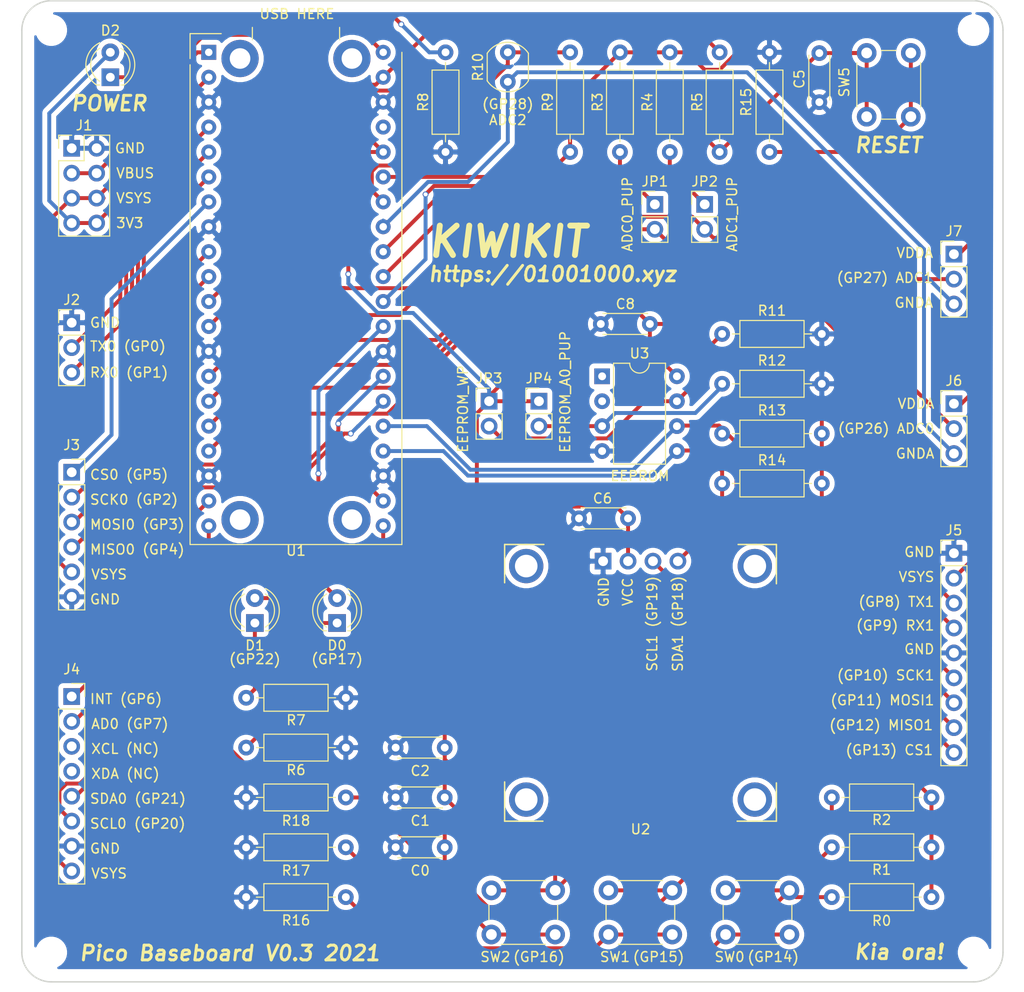
<source format=kicad_pcb>
(kicad_pcb (version 20211014) (generator pcbnew)
  (layers (0 "F.Cu" signal) (31 "B.Cu" signal) (34 "B.Paste" user) (35 "F.Paste" user) (36 "B.SilkS" user "B.Silkscreen") (37 "F.SilkS" user "F.Silkscreen") (38 "B.Mask" user) (39 "F.Mask" user) (44 "Edge.Cuts" user))
  (net 0 "")
  (net 1 "GND")
  (net 2 "+3V3")
  (net 3 "+5V")
  (net 4 "GNDA")
  (net 5 "VDDA")
  (net 6 "Net-(D1-Pad1)")
  (net 7 "Net-(D2-Pad1)")
  (net 8 "VBUS")
  (net 9 "Net-(JP4-Pad2)")
  (net 10 "/ADC2")
  (net 11 "/~{RST}")
  (net 12 "/LED0")
  (net 13 "/I2C1_SCL")
  (net 14 "/I2C1_SDA")
  (net 15 "/LED1")
  (net 16 "Net-(D0-Pad1)")
  (net 17 "Net-(U1-Pad37)")
  (net 18 "/GP1_UART0_RX")
  (net 19 "/GP0_UART0_TX")
  (net 20 "/GP5_SPI0_CS")
  (net 21 "/GP2_SPI0_SCK")
  (net 22 "/GP3_SPI0_MOSI")
  (net 23 "/GP4_SPI0_MISO")
  (net 24 "/GP13_SPI1_CS")
  (net 25 "/GP12_SPI1_MISO")
  (net 26 "/GP11_SPI1_MOSI")
  (net 27 "/GP10_SPI1_SCK")
  (net 28 "/GP9_UART1_RX")
  (net 29 "/GP8_UART1_TX")
  (net 30 "/XDA")
  (net 31 "/XCL")
  (net 32 "Net-(JP1-Pad1)")
  (net 33 "Net-(JP2-Pad1)")
  (net 34 "Net-(JP3-Pad2)")
  (net 35 "/GP20_I2C0_SDA")
  (net 36 "/GP7_AD0")
  (net 37 "/GP6_INT")
  (net 38 "/GP21_I2C0_SCL")
  (net 39 "/GP27_ADC1")
  (net 40 "/GP26_ADC0")
  (net 41 "/SW0")
  (net 42 "/SW1")
  (net 43 "/SW2")
  (net 44 "Net-(R15-Pad1)")
  (net 45 "Net-(R16-Pad1)")
  (net 46 "Net-(R17-Pad1)")
  (net 47 "Net-(R18-Pad1)")
  (footprint "Capacitor_THT:C_Disc_D4.3mm_W1.9mm_P5.00mm" (layer "F.Cu") (at 88.1 131.204)
    (fp_text reference "C1")
    (fp_text value "100nF")
  )
  (footprint "Capacitor_THT:C_Disc_D4.3mm_W1.9mm_P5.00mm" (layer "F.Cu") (at 88.1 126.124)
    (fp_text reference "C2")
    (fp_text value "100nF")
  )
  (footprint "Capacitor_THT:C_Disc_D4.3mm_W1.9mm_P5.00mm" (layer "F.Cu") (at 111.7855 102.756 180)
    (fp_text reference "C6")
    (fp_text value "100nF")
  )
  (footprint "Resistor_THT:R_Axial_DIN0207_L6.3mm_D2.5mm_P10.16mm_Horizontal" (layer "F.Cu") (at 132.55 136.284)
    (fp_text reference "R1")
    (fp_text value "10K")
  )
  (footprint "Resistor_THT:R_Axial_DIN0207_L6.3mm_D2.5mm_P10.16mm_Horizontal" (layer "F.Cu") (at 132.55 131.204)
    (fp_text reference "R2")
    (fp_text value "10K")
  )
  (footprint "Button_Switch_THT:SW_PUSH_6mm_H9.5mm" (layer "F.Cu") (at 116.294 145.174 180)
    (fp_text reference "SW1")
    (fp_text value "SW_Push")
  )
  (footprint "Button_Switch_THT:SW_PUSH_6mm_H9.5mm" (layer "F.Cu") (at 104.356 145.174 180)
    (fp_text reference "SW2")
    (fp_text value "SW_Push")
  )
  (footprint "kiwih_kicad:OLED-I2C-Module-Aliexpress" (layer "F.Cu") (at 113.0555 119.52)
    (fp_text reference "U2")
    (fp_text value "OLED-I2C-Module-Aliexpress")
  )
  (footprint "Package_DIP:DIP-8_W7.62mm" (layer "F.Cu") (at 109.144 88.278)
    (fp_text reference "U3")
    (fp_text value "AT24CS08-XHM")
  )
  (footprint "LED_THT:LED_D4.0mm" (layer "F.Cu") (at 82.131 113.424 90)
    (fp_text reference "D0")
    (fp_text value "LED")
  )
  (footprint "LED_THT:LED_D4.0mm" (layer "F.Cu") (at 73.749 113.424 90)
    (fp_text reference "D1")
    (fp_text value "LED")
  )
  (footprint "Resistor_THT:R_Axial_DIN0207_L6.3mm_D2.5mm_P10.16mm_Horizontal" (layer "F.Cu") (at 72.86 126.124)
    (fp_text reference "R6")
    (fp_text value "330")
  )
  (footprint "Resistor_THT:R_Axial_DIN0207_L6.3mm_D2.5mm_P10.16mm_Horizontal" (layer "F.Cu") (at 72.86 121.044)
    (fp_text reference "R7")
    (fp_text value "330")
  )
  (footprint "LED_THT:LED_D4.0mm" (layer "F.Cu") (at 59.017 57.798 90)
    (fp_text reference "D2")
    (fp_text value "LED")
  )
  (footprint "Resistor_THT:R_Axial_DIN0207_L6.3mm_D2.5mm_P10.16mm_Horizontal" (layer "F.Cu") (at 93.18 55.258 -90)
    (fp_text reference "R8")
    (fp_text value "330")
  )
  (footprint "Connector_PinHeader_2.54mm:PinHeader_1x02_P2.54mm_Vertical" (layer "F.Cu") (at 102.705 90.818)
    (fp_text reference "JP4")
    (fp_text value "Jumper")
  )
  (footprint "Connector_PinHeader_2.54mm:PinHeader_1x02_P2.54mm_Vertical" (layer "F.Cu") (at 97.625 90.818)
    (fp_text reference "JP3")
    (fp_text value "Jumper")
  )
  (footprint "Resistor_THT:R_Axial_DIN0207_L6.3mm_D2.5mm_P10.16mm_Horizontal" (layer "F.Cu") (at 121.374 89.04)
    (fp_text reference "R12")
    (fp_text value "10K")
  )
  (footprint "Resistor_THT:R_Axial_DIN0207_L6.3mm_D2.5mm_P10.16mm_Horizontal" (layer "F.Cu") (at 121.374 83.96)
    (fp_text reference "R11")
    (fp_text value "10K")
  )
  (footprint "Capacitor_THT:C_Disc_D4.3mm_W1.9mm_P5.00mm" (layer "F.Cu") (at 114.008 82.944 180)
    (fp_text reference "C8")
    (fp_text value "100nF")
  )
  (footprint "kiwih_kicad:raspberrypi-pico-module" (layer "F.Cu") (at 77.94 79.388)
    (fp_text reference "U1")
    (fp_text value "raspberrypi-pico-module")
  )
  (footprint "Capacitor_THT:C_Disc_D4.3mm_W1.9mm_P5.00mm" (layer "F.Cu") (at 88.1 136.284)
    (fp_text reference "C0")
    (fp_text value "100nF")
  )
  (footprint "Capacitor_THT:C_Disc_D4.3mm_W1.9mm_P5.00mm" (layer "F.Cu") (at 131.28 60.338 90)
    (fp_text reference "C5")
    (fp_text value "100nF")
  )
  (footprint "Resistor_THT:R_Axial_DIN0207_L6.3mm_D2.5mm_P10.16mm_Horizontal" (layer "F.Cu") (at 132.55 141.364)
    (fp_text reference "R0")
    (fp_text value "10K")
  )
  (footprint "Resistor_THT:R_Axial_DIN0207_L6.3mm_D2.5mm_P10.16mm_Horizontal" (layer "F.Cu") (at 121.12 55.258 -90)
    (fp_text reference "R5")
    (fp_text value "10K")
  )
  (footprint "Button_Switch_THT:SW_PUSH_6mm_H9.5mm" (layer "F.Cu") (at 128.232 145.174 180)
    (fp_text reference "SW0")
    (fp_text value "SW_Push")
  )
  (footprint "Button_Switch_THT:SW_PUSH_6mm_H4.3mm" (layer "F.Cu") (at 140.606 55.3215 -90)
    (fp_text reference "SW5")
    (fp_text value "SW_Push")
  )
  (footprint "Connector_PinSocket_2.54mm:PinSocket_1x06_P2.54mm_Vertical" (layer "F.Cu") (at 55.08 98.057)
    (fp_text reference "J3")
    (fp_text value "Conn_01x06")
  )
  (footprint "Connector_PinHeader_2.54mm:PinHeader_2x04_P2.54mm_Vertical" (layer "F.Cu") (at 55.08 65.037)
    (fp_text reference "J1")
    (fp_text value "Conn_02x04_Odd_Even")
  )
  (footprint "Connector_PinHeader_2.54mm:PinHeader_1x03_P2.54mm_Vertical" (layer "F.Cu") (at 55.08 82.817)
    (fp_text reference "J2")
    (fp_text value "Conn_01x03")
  )
  (footprint "Connector_PinHeader_2.54mm:PinHeader_1x09_P2.54mm_Vertical" (layer "F.Cu") (at 144.996 106.312)
    (fp_text reference "J5")
    (fp_text value "Conn_01x09")
  )
  (footprint "Resistor_THT:R_Axial_DIN0207_L6.3mm_D2.5mm_P10.16mm_Horizontal" (layer "F.Cu") (at 105.88 65.418 90)
    (fp_text reference "R9")
    (fp_text value "10K")
  )
  (footprint "OptoDevice:R_LDR_5.0x4.1mm_P3mm_Vertical" (layer "F.Cu") (at 99.53 55.258 -90)
    (fp_text reference "R10")
    (fp_text value "5-10K")
  )
  (footprint "Connector_PinSocket_2.54mm:PinSocket_1x08_P2.54mm_Vertical" (layer "F.Cu") (at 55.08 120.917)
    (fp_text reference "J4")
    (fp_text value "Conn_01x08")
  )
  (footprint "Connector_PinHeader_2.54mm:PinHeader_1x03_P2.54mm_Vertical" (layer "F.Cu") (at 144.996 75.832)
    (fp_text reference "J7")
    (fp_text value "Conn_01x03")
  )
  (footprint "Connector_PinHeader_2.54mm:PinHeader_1x03_P2.54mm_Vertical" (layer "F.Cu") (at 144.996 91.072)
    (fp_text reference "J6")
    (fp_text value "Conn_01x03")
  )
  (footprint "Connector_PinHeader_2.54mm:PinHeader_1x02_P2.54mm_Vertical" (layer "F.Cu") (at 114.516 70.752)
    (fp_text reference "JP1")
    (fp_text value "Jumper")
  )
  (footprint "Connector_PinHeader_2.54mm:PinHeader_1x02_P2.54mm_Vertical" (layer "F.Cu") (at 119.596 70.752)
    (fp_text reference "JP2")
    (fp_text value "Jumper")
  )
  (footprint "Resistor_THT:R_Axial_DIN0207_L6.3mm_D2.5mm_P10.16mm_Horizontal" (layer "F.Cu") (at 110.96 65.418 90)
    (fp_text reference "R3")
    (fp_text value "10K")
  )
  (footprint "Resistor_THT:R_Axial_DIN0207_L6.3mm_D2.5mm_P10.16mm_Horizontal" (layer "F.Cu") (at 116.04 65.418 90)
    (fp_text reference "R4")
    (fp_text value "10K")
  )
  (footprint "MountingHole:MountingHole_2.2mm_M2" (layer "F.Cu") (at 53 53)
    (fp_text reference "H1" hide)
    (fp_text value "MountingHole")
  )
  (footprint "MountingHole:MountingHole_2.2mm_M2" (layer "F.Cu") (at 147 53)
    (fp_text reference "H2" hide)
    (fp_text value "MountingHole")
  )
  (footprint "MountingHole:MountingHole_2.2mm_M2" (layer "F.Cu") (at 53 147)
    (fp_text reference "H3" hide)
    (fp_text value "MountingHole")
  )
  (footprint "MountingHole:MountingHole_2.2mm_M2" (layer "F.Cu") (at 147 147)
    (fp_text reference "H4" hide)
    (fp_text value "MountingHole")
  )
  (footprint "Resistor_THT:R_Axial_DIN0207_L6.3mm_D2.5mm_P10.16mm_Horizontal" (layer "F.Cu") (at 121.374 94.12)
    (fp_text reference "R13")
    (fp_text value "10K")
  )
  (footprint "Resistor_THT:R_Axial_DIN0207_L6.3mm_D2.5mm_P10.16mm_Horizontal" (layer "F.Cu") (at 121.374 99.2)
    (fp_text reference "R14")
    (fp_text value "10K")
  )
  (footprint "Resistor_THT:R_Axial_DIN0207_L6.3mm_D2.5mm_P10.16mm_Horizontal" (layer "F.Cu") (at 126.2 65.418 90)
    (fp_text reference "R15")
    (fp_text value "100")
  )
  (footprint "Resistor_THT:R_Axial_DIN0207_L6.3mm_D2.5mm_P10.16mm_Horizontal" (layer "F.Cu") (at 83.02 141.364 180)
    (fp_text reference "R16")
    (fp_text value "100")
  )
  (footprint "Resistor_THT:R_Axial_DIN0207_L6.3mm_D2.5mm_P10.16mm_Horizontal" (layer "F.Cu") (at 83.02 136.284 180)
    (fp_text reference "R17")
    (fp_text value "100")
  )
  (footprint "Resistor_THT:R_Axial_DIN0207_L6.3mm_D2.5mm_P10.16mm_Horizontal" (layer "F.Cu") (at 83.02 131.204 180)
    (fp_text reference "R18")
    (fp_text value "100")
  )
  (gr_line (start 53 150) (end 147 150) (layer "Edge.Cuts") (width 0.15))
  (gr_arc (start 147 50) (mid 149.12132 50.87868) (end 150 53) (layer "Edge.Cuts") (width 0.15))
  (gr_line (start 150 53) (end 150 147) (layer "Edge.Cuts") (width 0.15))
  (gr_arc (start 53 150) (mid 50.87868 149.12132) (end 50 147) (layer "Edge.Cuts") (width 0.15))
  (gr_line (start 53 50) (end 147 50) (layer "Edge.Cuts") (width 0.15))
  (gr_arc (start 50 53) (mid 50.87868 50.87868) (end 53 50) (layer "Edge.Cuts") (width 0.15))
  (gr_arc (start 150 147) (mid 149.12132 149.12132) (end 147 150) (layer "Edge.Cuts") (width 0.15))
  (gr_line (start 50 53) (end 50 147) (layer "Edge.Cuts") (width 0.15))
  (gr_text "Pico Baseboard V0.3 2021" (at 71.209 147.079) (layer "F.SilkS") (effects (font (size 1.5 1.5) (thickness 0.3) italic)))
  (gr_text "https://01001000.xyz" (at 104.102 77.864) (layer "F.SilkS") (effects (font (size 1.5 1.5) (thickness 0.3) italic)))
  (gr_text "ADC1_PUP" (at 122.39 71.768 90) (layer "F.SilkS") (effects (font (size 1 1))))
  (gr_text "ADC0_PUP" (at 111.722 71.768 90) (layer "F.SilkS") (effects (font (size 1 1))))
  (gr_text "XDA (NC)" (at 56.985 128.791) (layer "F.SilkS") (effects (font (size 1 1)) (justify left)))
  (gr_text "VSYS" (at 56.985 108.471) (layer "F.SilkS") (effects (font (size 1 1)) (justify left)))
  (gr_text "GND" (at 56.858 111.011) (layer "F.SilkS") (effects (font (size 1 1)) (justify left)))
  (gr_text "SCK0 (GP2)" (at 56.858 100.851) (layer "F.SilkS") (effects (font (size 1 1)) (justify left)))
  (gr_text "CS0 (GP5)" (at 56.858 98.311) (layer "F.SilkS") (effects (font (size 1 1)) (justify left)))
  (gr_text "MISO0 (GP4)" (at 56.858 105.931) (layer "F.SilkS") (effects (font (size 1 1)) (justify left)))
  (gr_text "MOSI0 (GP3)" (at 56.858 103.391) (layer "F.SilkS") (effects (font (size 1 1)) (justify left)))
  (gr_text "TX0 (GP0)" (at 56.858 85.23) (layer "F.SilkS") (effects (font (size 1 1)) (justify left)))
  (gr_text "RX0 (GP1)" (at 56.858 87.897) (layer "F.SilkS") (effects (font (size 1 1)) (justify left)))
  (gr_text "GND" (at 59.398 65.037) (layer "F.SilkS") (effects (font (size 1 1)) (justify left)))
  (gr_text "3V3" (at 59.525 72.657) (layer "F.SilkS") (effects (font (size 1 1)) (justify left)))
  (gr_text "VSYS" (at 143.091 108.725) (layer "F.SilkS") (effects (font (size 1 1)) (justify right)))
  (gr_text "(GP13) CS1" (at 142.964 126.378) (layer "F.SilkS") (effects (font (size 1 1)) (justify right)))
  (gr_text "GNDA" (at 143.091 96.152) (layer "F.SilkS") (effects (font (size 1 1)) (justify right)))
  (gr_text "(GP26) ADC0" (at 143.091 93.612) (layer "F.SilkS") (effects (font (size 1 1)) (justify right)))
  (gr_text "VDDA" (at 143.091 91.072) (layer "F.SilkS") (effects (font (size 1 1)) (justify right)))
  (gr_text "(GP27) ADC1" (at 142.964 78.245) (layer "F.SilkS") (effects (font (size 1 1)) (justify right)))
  (gr_text "VDDA" (at 142.964 75.705) (layer "F.SilkS") (effects (font (size 1 1)) (justify right)))
  (gr_text "GNDA" (at 142.964 80.785) (layer "F.SilkS") (effects (font (size 1 1)) (justify right)))
  (gr_text "POWER" (at 58.89 60.465) (layer "F.SilkS") (effects (font (size 1.5 1.5) (thickness 0.3) italic)))
  (gr_text "(GP28)\nADC2" (at 99.53 61.354) (layer "F.SilkS") (effects (font (size 1 1))))
  (gr_text "(GP8) TX1" (at 143.091 111.265) (layer "F.SilkS") (effects (font (size 1 1)) (justify right)))
  (gr_text "VBUS" (at 59.525 67.577) (layer "F.SilkS") (effects (font (size 1 1)) (justify left)))
  (gr_text "VSYS" (at 56.985 138.951) (layer "F.SilkS") (effects (font (size 1 1)) (justify left)))
  (gr_text "RESET" (at 138.3285 64.7195) (layer "F.SilkS") (effects (font (size 1.5 1.5) (thickness 0.3) italic)))
  (gr_text "VSYS" (at 59.525 70.117) (layer "F.SilkS") (effects (font (size 1 1)) (justify left)))
  (gr_text "AD0 (GP7)" (at 56.985 123.711) (layer "F.SilkS") (effects (font (size 1 1)) (justify left)))
  (gr_text "(GP22)" (at 73.749 117.107) (layer "F.SilkS") (effects (font (size 1 1))))
  (gr_text "(GP12) MISO1" (at 142.964 123.838) (layer "F.SilkS") (effects (font (size 1 1)) (justify right)))
  (gr_text "(GP10) SCK1" (at 143.091 118.758) (layer "F.SilkS") (effects (font (size 1 1)) (justify right)))
  (gr_text "SDA0 (GP21)\n" (at 56.858 131.331) (layer "F.SilkS") (effects (font (size 1 1)) (justify left)))
  (gr_text "(GP9) RX1" (at 143.091 113.678) (layer "F.SilkS") (effects (font (size 1 1)) (justify right)))
  (gr_text "GND" (at 56.858 82.817) (layer "F.SilkS") (effects (font (size 1 1)) (justify left)))
  (gr_text "(GP17)" (at 82.131 117.107) (layer "F.SilkS") (effects (font (size 1 1))))
  (gr_text "EEPROM_WP" (at 94.958 96.152 90) (layer "F.SilkS") (effects (font (size 1 1)) (justify left)))
  (gr_text "GND" (at 143.091 116.091) (layer "F.SilkS") (effects (font (size 1 1)) (justify right)))
  (gr_text "EEPROM" (at 112.992 98.438) (layer "F.SilkS") (effects (font (size 1 1))))
  (gr_text "(GP11) MOSI1" (at 143.091 121.298) (layer "F.SilkS") (effects (font (size 1 1)) (justify right)))
  (gr_text " (GP14)" (at 126.2 147.46) (layer "F.SilkS") (effects (font (size 1 1))))
  (gr_text "EEPROM_A0_PUP" (at 105.372 96.152 90) (layer "F.SilkS") (effects (font (size 1 1)) (justify left)))
  (gr_text "INT (GP6)" (at 56.858 121.171) (layer "F.SilkS") (effects (font (size 1 1)) (justify left)))
  (gr_text "Kia ora!" (at 139.408 146.952) (layer "F.SilkS") (effects (font (size 1.5 1.5) (thickness 0.3) italic)))
  (gr_text "SCL0 (GP20)" (at 56.858 133.871) (layer "F.SilkS") (effects (font (size 1 1)) (justify left)))
  (gr_text "GND" (at 143.091 106.185) (layer "F.SilkS") (effects (font (size 1 1)) (justify right)))
  (gr_text " (GP15)" (at 114.516 147.46) (layer "F.SilkS") (effects (font (size 1 1))))
  (gr_text "XCL (NC)" (at 56.985 126.251) (layer "F.SilkS") (effects (font (size 1 1)) (justify left)))
  (gr_text "KIWIKIT" (at 99.53 74.562) (layer "F.SilkS") (effects (font (size 3 3) (thickness 0.6) italic)))
  (gr_text " (GP16)" (at 102.324 147.46) (layer "F.SilkS") (effects (font (size 1 1))))
  (gr_text "GND" (at 56.858 136.411) (layer "F.SilkS") (effects (font (size 1 1)) (justify left)))
  (gr_text "USB HERE" (at 78.0416 51.3464) (layer "F.SilkS") (effects (font (size 1 1))))
  (segment (start 64.244999 57.818999) (end 64.244999 62.349001) (width 0.4) (layer "F.Cu") (net 2))
  (segment (start 110.585499 101.555999) (end 98.456999 101.555999) (width 0.4) (layer "F.Cu") (net 2))
  (segment (start 84.798 65.418) (end 86.83 65.418) (width 0.4) (layer "F.Cu") (net 2))
  (segment (start 60.25201 66.34199) (end 60.25201 70.01499) (width 0.4) (layer "F.Cu") (net 2))
  (segment (start 64.244999 62.349001) (end 60.25201 66.34199) (width 0.4) (layer "F.Cu") (net 2))
  (segment (start 96.374999 92.068001) (end 96.374999 99.473999) (width 0.4) (layer "F.Cu") (net 2))
  (segment (start 107.404 80.531) (end 97.625 90.31) (width 0.4) (layer "F.Cu") (net 2))
  (segment (start 97.65999 53.57201) (end 102.23199 53.57201) (width 0.4) (layer "F.Cu") (net 2))
  (segment (start 68.583998 53.48) (end 64.244999 57.818999) (width 0.4) (layer "F.Cu") (net 2))
  (segment (start 98.456999 101.555999) (end 96.374999 99.473999) (width 0.4) (layer "F.Cu") (net 2))
  (segment (start 119.596 82.944) (end 120.358 82.182) (width 0.4) (layer "F.Cu") (net 2))
  (segment (start 102.23199 53.57201) (end 118.67201 53.57201) (width 0.4) (layer "F.Cu") (net 2))
  (segment (start 80.572009 59.160009) (end 92.071991 59.160009) (width 0.4) (layer "F.Cu") (net 2))
  (segment (start 101.21599 53.57201) (end 102.23199 53.57201) (width 0.4) (layer "F.Cu") (net 2))
  (segment (start 119.43401 53.57201) (end 118.67201 53.57201) (width 0.4) (layer "F.Cu") (net 2))
  (segment (start 124.676 84.468) (end 125.184 84.976) (width 0.4) (layer "F.Cu") (net 2))
  (segment (start 142.71 136.284) (end 142.71 141.364) (width 0.4) (layer "F.Cu") (net 2))
  (segment (start 80.353 58.941) (end 74.892 53.48) (width 0.4) (layer "F.Cu") (net 2))
  (segment (start 111.7855 102.756) (end 111.7855 107.12) (width 0.4) (layer "F.Cu") (net 2))
  (segment (start 114.008 82.944) (end 119.596 82.944) (width 0.4) (layer "F.Cu") (net 2))
  (segment (start 60.25201 70.01499) (end 57.61 72.657) (width 0.4) (layer "F.Cu") (net 2))
  (segment (start 111.595 80.531) (end 107.404 80.531) (width 0.4) (layer "F.Cu") (net 2))
  (segment (start 131.534 94.12) (end 131.534 91.326) (width 0.4) (layer "F.Cu") (net 2))
  (segment (start 131.534 120.028) (end 142.71 131.204) (width 0.4) (layer "F.Cu") (net 2))
  (segment (start 121.12 55.258) (end 119.43401 53.57201) (width 0.4) (layer "F.Cu") (net 2))
  (segment (start 83.274 66.942) (end 84.798 65.418) (width 0.4) (layer "F.Cu") (net 2))
  (segment (start 97.625 90.818) (end 96.374999 92.068001) (width 0.4) (layer "F.Cu") (net 2))
  (segment (start 142.71 131.204) (end 142.71 136.284) (width 0.4) (layer "F.Cu") (net 2))
  (segment (start 80.353 58.941) (end 80.572009 59.160009) (width 0.4) (layer "F.Cu") (net 2))
  (segment (start 131.534 91.326) (end 124.676 84.468) (width 0.4) (layer "F.Cu") (net 2))
  (segment (start 131.534 99.2) (end 131.534 120.028) (width 0.4) (layer "F.Cu") (net 2))
  (segment (start 110.585499 101.555999) (end 111.7855 102.756) (width 0.4) (layer "F.Cu") (net 2))
  (segment (start 114.008 85.522) (end 116.764 88.278) (width 0.4) (layer "F.Cu") (net 2))
  (segment (start 114.008 82.944) (end 111.595 80.531) (width 0.4) (layer "F.Cu") (net 2))
  (segment (start 131.534 99.2) (end 131.534 94.12) (width 0.4) (layer "F.Cu") (net 2))
  (segment (start 57.61 72.657) (end 55.07 72.657) (width 0.4) (layer "F.Cu") (net 2))
  (segment (start 114.008 82.944) (end 114.008 85.522) (width 0.4) (layer "F.Cu") (net 2))
  (segment (start 97.625 90.31) (end 97.625 90.818) (width 0.4) (layer "F.Cu") (net 2))
  (segment (start 97.625 90.818) (end 102.705 90.818) (width 0.4) (layer "F.Cu") (net 2))
  (segment (start 74.892 53.48) (end 68.583998 53.48) (width 0.4) (layer "F.Cu") (net 2))
  (segment (start 83.274 77.864) (end 83.274 66.942) (width 0.4) (layer "F.Cu") (net 2))
  (segment (start 86.83 65.418) (end 80.353 58.941) (width 0.4) (layer "F.Cu") (net 2))
  (segment (start 92.071991 59.160009) (end 97.65999 53.57201) (width 0.4) (layer "F.Cu") (net 2))
  (segment (start 120.358 82.182) (end 122.39 82.182) (width 0.4) (layer "F.Cu") (net 2))
  (segment (start 122.39 82.182) (end 124.676 84.468) (width 0.4) (layer "F.Cu") (net 2))
  (via (at 83.274 77.864) (size 0.6) (drill 0.4) (layers "F.Cu" "B.Cu") (net 2))
  (segment (start 83.274 77.864) (end 83.274 77.864) (width 0.4) (layer "B.Cu") (net 2))
  (segment (start 52.794 70.381) (end 55.07 72.657) (width 0.4) (layer "B.Cu") (net 2))
  (segment (start 52.794 61.481) (end 52.794 70.381) (width 0.4) (layer "B.Cu") (net 2))
  (segment (start 97.625 89.568) (end 89.877001 81.820001) (width 0.4) (layer "B.Cu") (net 2))
  (segment (start 83.274 78.821762) (end 83.274 77.864) (width 0.4) (layer "B.Cu") (net 2))
  (segment (start 97.625 90.818) (end 97.625 89.568) (width 0.4) (layer "B.Cu") (net 2))
  (segment (start 89.877001 81.820001) (end 86.272239 81.820001) (width 0.4) (layer "B.Cu") (net 2))
  (segment (start 59.017 55.258) (end 52.794 61.481) (width 0.4) (layer "B.Cu") (net 2))
  (segment (start 86.272239 81.820001) (end 83.274 78.821762) (width 0.4) (layer "B.Cu") (net 2))
  (segment (start 52.794 106.185) (end 52.794 105.677) (width 0.4) (layer "F.Cu") (net 3))
  (segment (start 80.820541 58.559999) (end 75.140532 52.87999) (width 0.4) (layer "F.Cu") (net 3))
  (segment (start 52.794 105.169) (end 52.794 134.887) (width 0.4) (layer "F.Cu") (net 3))
  (segment (start 144.996 108.852) (end 148.136009 105.711991) (width 0.4) (layer "F.Cu") (net 3))
  (segment (start 52.794 105.169) (end 52.794 105.677) (width 0.4) (layer "F.Cu") (net 3))
  (segment (start 148.13601 101.13999) (end 148.136009 100.377991) (width 0.4) (layer "F.Cu") (net 3))
  (segment (start 147.198271 71.089729) (end 147.198271 57.968271) (width 0.4) (layer "F.Cu") (net 3))
  (segment (start 91.656 52.972) (end 86.83 57.798) (width 0.4) (layer "F.Cu") (net 3))
  (segment (start 142.202 52.972) (end 91.656 52.972) (width 0.4) (layer "F.Cu") (net 3))
  (segment (start 148.136009 100.377991) (end 148.136009 72.027467) (width 0.4) (layer "F.Cu") (net 3))
  (segment (start 52.794 136.665) (end 52.794 134.887) (width 0.4) (layer "F.Cu") (net 3))
  (segment (start 55.08 108.471) (end 52.794 106.185) (width 0.4) (layer "F.Cu") (net 3))
  (segment (start 86.83 57.798) (end 86.068001 58.559999) (width 0.4) (layer "F.Cu") (net 3))
  (segment (start 55.08 138.951) (end 52.794 136.665) (width 0.4) (layer "F.Cu") (net 3))
  (segment (start 75.140532 52.87999) (end 68.335465 52.879991) (width 0.4) (layer "F.Cu") (net 3))
  (segment (start 59.652 68.075) (end 57.61 70.117) (width 0.4) (layer "F.Cu") (net 3))
  (segment (start 58.337456 70.117) (end 57.61 70.117) (width 0.4) (layer "F.Cu") (net 3))
  (segment (start 52.794 72.393) (end 52.794 105.169) (width 0.4) (layer "F.Cu") (net 3))
  (segment (start 68.335465 52.879991) (end 63.644989 57.570467) (width 0.4) (layer "F.Cu") (net 3))
  (segment (start 147.198271 57.968271) (end 142.202 52.972) (width 0.4) (layer "F.Cu") (net 3))
  (segment (start 63.644989 57.570467) (end 63.644989 62.100469) (width 0.4) (layer "F.Cu") (net 3))
  (segment (start 52.794 134.887) (end 52.794 136.157) (width 0.4) (layer "F.Cu") (net 3))
  (segment (start 57.61 70.117) (end 55.07 70.117) (width 0.4) (layer "F.Cu") (net 3))
  (segment (start 59.652 66.093458) (end 59.652 68.075) (width 0.4) (layer "F.Cu") (net 3))
  (segment (start 63.644989 62.100469) (end 59.652 66.093458) (width 0.4) (layer "F.Cu") (net 3))
  (segment (start 148.136009 72.027467) (end 147.198271 71.089729) (width 0.4) (layer "F.Cu") (net 3))
  (segment (start 86.068001 58.559999) (end 80.820541 58.559999) (width 0.4) (layer "F.Cu") (net 3))
  (segment (start 55.07 70.117) (end 52.794 72.393) (width 0.4) (layer "F.Cu") (net 3))
  (segment (start 148.136009 105.711991) (end 148.136009 100.377991) (width 0.4) (layer "F.Cu") (net 3))
  (segment (start 123.914 57.29) (end 100.498 57.29) (width 0.4) (layer "B.Cu") (net 4))
  (segment (start 91.402 68.466) (end 95.466 68.466) (width 0.4) (layer "B.Cu") (net 4))
  (segment (start 141.948 75.324) (end 123.914 57.29) (width 0.4) (layer "B.Cu") (net 4))
  (segment (start 99.53 64.402) (end 99.53 58.258) (width 0.4) (layer "B.Cu") (net 4))
  (segment (start 141.948 77.61) (end 141.948 75.324) (width 0.4) (layer "B.Cu") (net 4))
  (segment (start 86.83 72.53) (end 86.83 73.038) (width 0.4) (layer "B.Cu") (net 4))
  (segment (start 141.948 93.104) (end 144.996 96.152) (width 0.4) (layer "B.Cu") (net 4))
  (segment (start 144.996 80.912) (end 141.948 77.864) (width 0.4) (layer "B.Cu") (net 4))
  (segment (start 100.498 57.29) (end 99.53 58.258) (width 0.4) (layer "B.Cu") (net 4))
  (segment (start 95.466 68.466) (end 99.53 64.402) (width 0.4) (layer "B.Cu") (net 4))
  (segment (start 86.83 73.038) (end 86.83 72.404998) (width 0.4) (layer "B.Cu") (net 4))
  (segment (start 141.948 77.864) (end 141.948 77.61) (width 0.4) (layer "B.Cu") (net 4))
  (segment (start 86.83 73.038) (end 91.402 68.466) (width 0.4) (layer "B.Cu") (net 4))
  (segment (start 141.948 77.61) (end 141.948 93.104) (width 0.4) (layer "B.Cu") (net 4))
  (segment (start 117.818 55.258) (end 119.596 57.036) (width 0.4) (layer "F.Cu") (net 5))
  (segment (start 110.96 55.258) (end 116.04 55.258) (width 0.4) (layer "F.Cu") (net 5))
  (segment (start 145.504 75.832) (end 147.536 73.8) (width 0.4) (layer "F.Cu") (net 5))
  (segment (start 147.536 73.8) (end 147.536 83.452) (width 0.4) (layer "F.Cu") (net 5))
  (segment (start 144.996 91.072) (end 145.758 91.072) (width 0.4) (layer "F.Cu") (net 5))
  (segment (start 141.953468 53.57201) (end 146.598261 58.216803) (width 0.4) (layer "F.Cu") (net 5))
  (segment (start 144.996 75.832) (end 145.504 75.832) (width 0.4) (layer "F.Cu") (net 5))
  (segment (start 146.598261 71.338261) (end 147.536 72.276) (width 0.4) (layer "F.Cu") (net 5))
  (segment (start 86.83 67.958) (end 103.34 67.958) (width 0.4) (layer "F.Cu") (net 5))
  (segment (start 105.88 65.418) (end 105.88 60.338) (width 0.4) (layer "F.Cu") (net 5))
  (segment (start 145.758 91.072) (end 147.536 89.294) (width 0.4) (layer "F.Cu") (net 5))
  (segment (start 147.536 89.294) (end 147.536 83.452) (width 0.4) (layer "F.Cu") (net 5))
  (segment (start 128.13999 53.57201) (end 128.52099 53.57201) (width 0.4) (layer "F.Cu") (net 5))
  (segment (start 147.536 83.452) (end 147.536 83.96) (width 0.4) (layer "F.Cu") (net 5))
  (segment (start 105.88 60.338) (end 110.96 55.258) (width 0.4) (layer "F.Cu") (net 5))
  (segment (start 103.34 67.958) (end 105.88 65.418) (width 0.4) (layer "F.Cu") (net 5))
  (segment (start 125.53001 53.57201) (end 128.52099 53.57201) (width 0.4) (layer "F.Cu") (net 5))
  (segment (start 121.118002 57.036) (end 124.581992 53.57201) (width 0.4) (layer "F.Cu") (net 5))
  (segment (start 146.598261 58.216803) (end 146.598261 71.338261) (width 0.4) (layer "F.Cu") (net 5))
  (segment (start 128.52099 53.57201) (end 141.953468 53.57201) (width 0.4) (layer "F.Cu") (net 5))
  (segment (start 116.04 55.258) (end 117.818 55.258) (width 0.4) (layer "F.Cu") (net 5))
  (segment (start 124.581992 53.57201) (end 125.53001 53.57201) (width 0.4) (layer "F.Cu") (net 5))
  (segment (start 119.596 57.036) (end 121.118002 57.036) (width 0.4) (layer "F.Cu") (net 5))
  (segment (start 147.536 72.276) (end 147.536 73.8) (width 0.4) (layer "F.Cu") (net 5))
  (segment (start 73.749 113.424) (end 73.749 120.155) (width 0.4) (layer "F.Cu") (net 6))
  (segment (start 73.749 120.155) (end 72.86 121.044) (width 0.4) (layer "F.Cu") (net 6))
  (segment (start 88.6715 52.4005) (end 88.735 52.464) (width 0.4) (layer "F.Cu") (net 7))
  (segment (start 59.017 57.798) (end 61.720372 57.798) (width 0.4) (layer "F.Cu") (net 7))
  (segment (start 61.720372 57.798) (end 67.8384 51.679972) (width 0.4) (layer "F.Cu") (net 7))
  (segment (start 68.49045 51.679972) (end 87.950972 51.679972) (width 0.4) (layer "F.Cu") (net 7))
  (segment (start 87.950972 51.679972) (end 88.6715 52.4005) (width 0.4) (layer "F.Cu") (net 7))
  (segment (start 67.8384 51.679972) (end 68.49045 51.679972) (width 0.4) (layer "F.Cu") (net 7))
  (via (at 88.6715 52.4005) (size 0.6) (drill 0.4) (layers "F.Cu" "B.Cu") (net 7))
  (segment (start 91.529 55.258) (end 88.6715 52.4005) (width 0.4) (layer "B.Cu") (net 7))
  (segment (start 93.18 55.258) (end 91.529 55.258) (width 0.4) (layer "B.Cu") (net 7))
  (segment (start 59.051991 65.844925) (end 63.044979 61.851937) (width 0.4) (layer "F.Cu") (net 8))
  (segment (start 83.851982 52.279982) (end 68.738982 52.279982) (width 0.4) (layer "F.Cu") (net 8))
  (segment (start 63.04498 57.321934) (end 68.086932 52.279982) (width 0.4) (layer "F.Cu") (net 8))
  (segment (start 63.044979 61.851937) (end 63.04498 57.321934) (width 0.4) (layer "F.Cu") (net 8))
  (segment (start 59.051991 66.135009) (end 59.051991 65.844925) (width 0.4) (layer "F.Cu") (net 8))
  (segment (start 57.61 67.577) (end 59.051991 66.135009) (width 0.4) (layer "F.Cu") (net 8))
  (segment (start 57.61 67.577) (end 55.07 67.577) (width 0.4) (layer "F.Cu") (net 8))
  (segment (start 86.83 55.258) (end 83.851982 52.279982) (width 0.4) (layer "F.Cu") (net 8))
  (segment (start 68.086932 52.279982) (end 68.738982 52.279982) (width 0.4) (layer "F.Cu") (net 8))
  (segment (start 109.144 93.358) (end 102.705 93.358) (width 0.4) (layer "F.Cu") (net 9))
  (segment (start 110.483999 92.018001) (end 118.649999 92.018001) (width 0.4) (layer "B.Cu") (net 9))
  (segment (start 118.649999 92.018001) (end 121.374 89.294) (width 0.4) (layer "B.Cu") (net 9))
  (segment (start 109.144 93.358) (end 110.483999 92.018001) (width 0.4) (layer "B.Cu") (net 9))
  (segment (start 99.53 55.258) (end 105.88 55.258) (width 0.4) (layer "F.Cu") (net 10))
  (segment (start 89.262001 66.795999) (end 99.53 56.528) (width 0.4) (layer "F.Cu") (net 10))
  (segment (start 99.53 56.528) (end 99.53 55.258) (width 0.4) (layer "F.Cu") (net 10))
  (segment (start 86.272239 66.795999) (end 89.262001 66.795999) (width 0.4) (layer "F.Cu") (net 10))
  (segment (start 85.667999 69.335999) (end 85.667999 67.400239) (width 0.4) (layer "F.Cu") (net 10))
  (segment (start 86.83 70.498) (end 85.667999 69.335999) (width 0.4) (layer "F.Cu") (net 10))
  (segment (start 86.83 70.498) (end 86.916542 70.498) (width 0.4) (layer "F.Cu") (net 10))
  (segment (start 85.667999 67.400239) (end 86.272239 66.795999) (width 0.4) (layer "F.Cu") (net 10))
  (segment (start 91.148 69.736) (end 91.148 69.736) (width 0.4) (layer "F.Cu") (net 11))
  (segment (start 136.106 55.3215) (end 136.106 61.8215) (width 0.4) (layer "F.Cu") (net 11))
  (segment (start 91.148 69.736) (end 91.5925 69.2915) (width 0.4) (layer "F.Cu") (net 11))
  (segment (start 104.70201 68.88199) (end 92.00201 68.88199) (width 0.4) (layer "F.Cu") (net 11))
  (segment (start 104.70201 68.88199) (end 109.944 63.64) (width 0.4) (layer "F.Cu") (net 11))
  (segment (start 134.328 55.3215) (end 136.106 55.3215) (width 0.4) (layer "F.Cu") (net 11))
  (segment (start 131.2 55.338) (end 131.28 55.338) (width 0.4) (layer "F.Cu") (net 11))
  (segment (start 134.3115 55.338) (end 134.328 55.3215) (width 0.4) (layer "F.Cu") (net 11))
  (segment (start 92.00201 68.88199) (end 91.5925 69.2915) (width 0.4) (layer "F.Cu") (net 11))
  (segment (start 121.12 65.418) (end 131.2 55.338) (width 0.4) (layer "F.Cu") (net 11))
  (segment (start 119.342 63.64) (end 121.12 65.418) (width 0.4) (layer "F.Cu") (net 11))
  (segment (start 136.0895 55.338) (end 136.106 55.3215) (width 0.4) (layer "F.Cu") (net 11))
  (segment (start 109.944 63.64) (end 119.342 63.64) (width 0.4) (layer "F.Cu") (net 11))
  (segment (start 131.28 55.338) (end 136.0895 55.338) (width 0.4) (layer "F.Cu") (net 11))
  (via (at 91.148 69.736) (size 0.6) (drill 0.4) (layers "F.Cu" "B.Cu") (net 11))
  (segment (start 91.148 76.34) (end 91.148 69.736) (width 0.4) (layer "B.Cu") (net 11))
  (segment (start 86.83 80.658) (end 91.148 76.34) (width 0.4) (layer "B.Cu") (net 11))
  (segment (start 85.814 99.962) (end 82.512 99.962) (width 0.4) (layer "F.Cu") (net 12))
  (segment (start 86.83 100.978) (end 85.814 99.962) (width 0.4) (layer "F.Cu") (net 12))
  (segment (start 80.988 101.486) (end 80.988 109.741) (width 0.4) (layer "F.Cu") (net 12))
  (segment (start 82.512 99.962) (end 80.988 101.486) (width 0.4) (layer "F.Cu") (net 12))
  (segment (start 80.988 109.741) (end 82.131 110.884) (width 0.4) (layer "F.Cu") (net 12))
  (segment (start 116.121 108.9155) (end 114.3255 107.12) (width 0.4) (layer "F.Cu") (net 13))
  (segment (start 117.3735 108.9155) (end 116.121 108.9155) (width 0.4) (layer "F.Cu") (net 13))
  (segment (start 116.764 93.302) (end 121.064 93.302) (width 0.4) (layer "F.Cu") (net 13))
  (segment (start 121.374 93.612) (end 122.8345 95.0725) (width 0.4) (layer "F.Cu") (net 13))
  (segment (start 121.064 93.302) (end 121.374 93.612) (width 0.4) (layer "F.Cu") (net 13))
  (segment (start 122.8345 103.4545) (end 117.3735 108.9155) (width 0.4) (layer "F.Cu") (net 13))
  (segment (start 122.8345 95.0725) (end 122.8345 103.4545) (width 0.4) (layer "F.Cu") (net 13))
  (segment (start 86.83 93.358) (end 91.275 93.358) (width 0.4) (layer "B.Cu") (net 13))
  (segment (start 112.319 97.803) (end 116.764 93.358) (width 0.4) (layer "B.Cu") (net 13))
  (segment (start 95.72 97.803) (end 112.319 97.803) (width 0.4) (layer "B.Cu") (net 13))
  (segment (start 91.275 93.358) (end 95.72 97.803) (width 0.4) (layer "B.Cu") (net 13))
  (segment (start 121.374 97.93) (end 121.374 102.6115) (width 0.4) (layer "F.Cu") (net 14))
  (segment (start 119.286 95.842) (end 121.374 97.93) (width 0.4) (layer "F.Cu") (net 14))
  (segment (start 116.764 95.842) (end 119.286 95.842) (width 0.4) (layer "F.Cu") (net 14))
  (segment (start 121.374 102.6115) (end 116.8655 107.12) (width 0.4) (layer "F.Cu") (net 14))
  (segment (start 95.471468 98.40301) (end 114.25899 98.40301) (width 0.4) (layer "B.Cu") (net 14))
  (segment (start 92.966458 95.898) (end 95.471468 98.40301) (width 0.4) (layer "B.Cu") (net 14))
  (segment (start 86.83 95.898) (end 92.966458 95.898) (width 0.4) (layer "B.Cu") (net 14))
  (segment (start 114.25899 98.40301) (end 116.764 95.898) (width 0.4) (layer "B.Cu") (net 14))
  (segment (start 80.226 98.184) (end 80.226 108.598) (width 0.4) (layer "F.Cu") (net 15))
  (segment (start 77.94 110.884) (end 73.749 110.884) (width 0.4) (layer "F.Cu") (net 15))
  (segment (start 80.226 108.598) (end 77.94 110.884) (width 0.4) (layer "F.Cu") (net 15))
  (via (at 80.226 98.184) (size 0.6) (drill 0.4) (layers "F.Cu" "B.Cu") (net 15))
  (segment (start 80.226 98.184) (end 80.226 98.184) (width 0.4) (layer "B.Cu") (net 15))
  (segment (start 80.226 92.85) (end 80.226 98.184) (width 0.4) (layer "B.Cu") (net 15))
  (segment (start 80.226 89.802) (end 80.226 92.85) (width 0.4) (layer "B.Cu") (net 15))
  (segment (start 86.83 83.198) (end 80.226 89.802) (width 0.4) (layer "B.Cu") (net 15))
  (segment (start 79.21 113.424) (end 74.34901 118.28499) (width 0.4) (layer "F.Cu") (net 16))
  (segment (start 82.131 113.424) (end 79.21 113.424) (width 0.4) (layer "F.Cu") (net 16))
  (segment (start 74.34901 124.63499) (end 72.86 126.124) (width 0.4) (layer "F.Cu") (net 16))
  (segment (start 74.34901 118.28499) (end 74.34901 124.63499) (width 0.4) (layer "F.Cu") (net 16))
  (segment (start 60.63301 71.331074) (end 60.63301 73.70799) (width 0.4) (layer "F.Cu") (net 18))
  (segment (start 61.45203 66.839054) (end 61.45203 70.512054) (width 0.4) (layer "F.Cu") (net 18))
  (segment (start 61.45203 70.512054) (end 60.63301 71.331074) (width 0.4) (layer "F.Cu") (net 18))
  (segment (start 60.63301 73.45399) (end 60.63301 73.70799) (width 0.4) (layer "F.Cu") (net 18))
  (segment (start 60.63301 82.34399) (end 55.08 87.897) (width 0.4) (layer "F.Cu") (net 18))
  (segment (start 65.445017 61.402983) (end 65.445017 62.846067) (width 0.4) (layer "F.Cu") (net 18))
  (segment (start 65.445017 62.846067) (end 61.45203 66.839054) (width 0.4) (layer "F.Cu") (net 18))
  (segment (start 69.05 57.798) (end 65.445017 61.402983) (width 0.4) (layer "F.Cu") (net 18))
  (segment (start 60.63301 73.70799) (end 60.63301 82.34399) (width 0.4) (layer "F.Cu") (net 18))
  (segment (start 67.888 55.258) (end 64.845009 58.300991) (width 0.4) (layer "F.Cu") (net 19))
  (segment (start 60.033 80.404) (end 60.033 71.082542) (width 0.4) (layer "F.Cu") (net 19))
  (segment (start 60.033 80.404) (end 55.08 85.357) (width 0.4) (layer "F.Cu") (net 19))
  (segment (start 64.845009 58.300991) (end 64.845008 62.597534) (width 0.4) (layer "F.Cu") (net 19))
  (segment (start 60.033 71.082542) (end 60.85202 70.263522) (width 0.4) (layer "F.Cu") (net 19))
  (segment (start 60.85202 70.263522) (end 60.85202 66.590522) (width 0.4) (layer "F.Cu") (net 19))
  (segment (start 64.845008 62.597534) (end 60.85202 66.590522) (width 0.4) (layer "F.Cu") (net 19))
  (segment (start 69.05 55.258) (end 67.888 55.258) (width 0.4) (layer "F.Cu") (net 19))
  (segment (start 59.144 94.247) (end 55.08 98.311) (width 0.4) (layer "B.Cu") (net 20))
  (segment (start 59.144 87.643) (end 59.144 88.151) (width 0.4) (layer "B.Cu") (net 20))
  (segment (start 69.05 70.498) (end 59.144 80.404) (width 0.4) (layer "B.Cu") (net 20))
  (segment (start 59.144 88.151) (end 59.144 94.247) (width 0.4) (layer "B.Cu") (net 20))
  (segment (start 59.144 80.404) (end 59.144 88.151) (width 0.4) (layer "B.Cu") (net 20))
  (segment (start 62.05204 69.87596) (end 62.05204 70.760586) (width 0.4) (layer "F.Cu") (net 21))
  (segment (start 62.05204 70.760586) (end 61.23302 71.579606) (width 0.4) (layer "F.Cu") (net 21))
  (segment (start 61.23302 71.579606) (end 61.23302 80.09298) (width 0.4) (layer "F.Cu") (net 21))
  (segment (start 69.05 62.878) (end 62.05204 69.87596) (width 0.4) (layer "F.Cu") (net 21))
  (segment (start 61.23302 94.69798) (end 55.08 100.851) (width 0.4) (layer "F.Cu") (net 21))
  (segment (start 61.23302 77.93398) (end 61.23302 80.09298) (width 0.4) (layer "F.Cu") (net 21))
  (segment (start 61.23302 80.09298) (end 61.23302 94.69798) (width 0.4) (layer "F.Cu") (net 21))
  (segment (start 61.83303 79.87397) (end 61.83303 80.93403) (width 0.4) (layer "F.Cu") (net 22))
  (segment (start 61.83303 96.63797) (end 55.08 103.391) (width 0.4) (layer "F.Cu") (net 22))
  (segment (start 61.83303 80.93403) (end 61.83303 96.63797) (width 0.4) (layer "F.Cu") (net 22))
  (segment (start 69.05 65.418) (end 61.83303 72.63497) (width 0.4) (layer "F.Cu") (net 22))
  (segment (start 61.83303 72.63497) (end 61.83303 80.93403) (width 0.4) (layer "F.Cu") (net 22))
  (segment (start 62.43304 98.57796) (end 55.08 105.931) (width 0.4) (layer "F.Cu") (net 23))
  (segment (start 62.433039 74.574961) (end 62.433039 82.702961) (width 0.4) (layer "F.Cu") (net 23))
  (segment (start 62.43304 93.472039) (end 62.43304 98.57796) (width 0.4) (layer "F.Cu") (net 23))
  (segment (start 69.05 67.958) (end 62.433039 74.574961) (width 0.4) (layer "F.Cu") (net 23))
  (segment (start 62.433039 82.702961) (end 62.433039 93.726039) (width 0.4) (layer "F.Cu") (net 23))
  (segment (start 62.433039 81.813961) (end 62.433039 82.702961) (width 0.4) (layer "F.Cu") (net 23))
  (segment (start 134.328 115.964) (end 144.996 126.632) (width 0.4) (layer "F.Cu") (net 24))
  (segment (start 69.05 95.898) (end 72.86 92.088) (width 0.4) (layer "F.Cu") (net 24))
  (segment (start 134.328 87.262) (end 134.328 115.964) (width 0.4) (layer "F.Cu") (net 24))
  (segment (start 127.722002 78.372) (end 134.328 84.977998) (width 0.4) (layer "F.Cu") (net 24))
  (segment (start 87.279762 92.088) (end 95.72 83.647762) (width 0.4) (layer "F.Cu") (net 24))
  (segment (start 95.72 82.182) (end 99.53 78.372) (width 0.4) (layer "F.Cu") (net 24))
  (segment (start 134.328 84.977998) (end 134.328 87.516) (width 0.4) (layer "F.Cu") (net 24))
  (segment (start 72.86 92.088) (end 87.279762 92.088) (width 0.4) (layer "F.Cu") (net 24))
  (segment (start 99.53 78.372) (end 127.722002 78.372) (width 0.4) (layer "F.Cu") (net 24))
  (segment (start 95.72 83.647762) (end 95.72 82.182) (width 0.4) (layer "F.Cu") (net 24))
  (segment (start 95.119991 81.933467) (end 99.281468 77.77199) (width 0.4) (layer "F.Cu") (net 25))
  (segment (start 125.276009 77.771991) (end 127.970534 77.77199) (width 0.4) (layer "F.Cu") (net 25))
  (segment (start 125.276009 77.771991) (end 125.686533 77.771991) (width 0.4) (layer "F.Cu") (net 25))
  (segment (start 89.079219 89.440001) (end 95.11999 83.39923) (width 0.4) (layer "F.Cu") (net 25))
  (segment (start 134.92801 87.60801) (end 134.92801 114.02401) (width 0.4) (layer "F.Cu") (net 25))
  (segment (start 127.970534 77.77199) (end 134.92801 84.729466) (width 0.4) (layer "F.Cu") (net 25))
  (segment (start 69.05 93.358) (end 72.967999 89.440001) (width 0.4) (layer "F.Cu") (net 25))
  (segment (start 72.967999 89.440001) (end 89.079219 89.440001) (width 0.4) (layer "F.Cu") (net 25))
  (segment (start 134.92801 87.013468) (end 134.92801 87.60801) (width 0.4) (layer "F.Cu") (net 25))
  (segment (start 95.11999 83.39923) (end 95.119991 81.933467) (width 0.4) (layer "F.Cu") (net 25))
  (segment (start 134.92801 114.02401) (end 144.996 124.092) (width 0.4) (layer "F.Cu") (net 25))
  (segment (start 99.281468 77.77199) (end 125.276009 77.771991) (width 0.4) (layer "F.Cu") (net 25))
  (segment (start 134.92801 84.729466) (end 134.92801 87.60801) (width 0.4) (layer "F.Cu") (net 25))
  (segment (start 128.219067 77.171981) (end 135.598 84.550914) (width 0.4) (layer "F.Cu") (net 26))
  (segment (start 94.519981 83.150697) (end 94.519982 81.684934) (width 0.4) (layer "F.Cu") (net 26))
  (segment (start 69.05 90.818) (end 72.752001 87.115999) (width 0.4) (layer "F.Cu") (net 26))
  (segment (start 135.598 87.77) (end 135.598 112.154) (width 0.4) (layer "F.Cu") (net 26))
  (segment (start 135.598 86.834916) (end 135.598 87.77) (width 0.4) (layer "F.Cu") (net 26))
  (segment (start 135.598 112.154) (end 144.996 121.552) (width 0.4) (layer "F.Cu") (net 26))
  (segment (start 125.507981 77.171981) (end 128.219067 77.171981) (width 0.4) (layer "F.Cu") (net 26))
  (segment (start 135.598 84.550914) (end 135.598 87.77) (width 0.4) (layer "F.Cu") (net 26))
  (segment (start 90.554679 87.115999) (end 94.519981 83.150697) (width 0.4) (layer "F.Cu") (net 26))
  (segment (start 125.507981 77.171981) (end 125.935066 77.171982) (width 0.4) (layer "F.Cu") (net 26))
  (segment (start 99.032937 77.171981) (end 125.507981 77.171981) (width 0.4) (layer "F.Cu") (net 26))
  (segment (start 72.752001 87.115999) (end 90.554679 87.115999) (width 0.4) (layer "F.Cu") (net 26))
  (segment (start 94.519982 81.684934) (end 99.032937 77.171981) (width 0.4) (layer "F.Cu") (net 26))
  (segment (start 136.19801 86.586384) (end 136.19801 86.91599) (width 0.4) (layer "F.Cu") (net 27))
  (segment (start 92.246137 84.575999) (end 93.919972 82.902164) (width 0.4) (layer "F.Cu") (net 27))
  (segment (start 98.784406 76.571972) (end 128.4676 76.571972) (width 0.4) (layer "F.Cu") (net 27))
  (segment (start 69.05 88.278) (end 72.752001 84.575999) (width 0.4) (layer "F.Cu") (net 27))
  (segment (start 93.919973 81.436401) (end 98.784406 76.571972) (width 0.4) (layer "F.Cu") (net 27))
  (segment (start 136.19801 110.21401) (end 144.996 119.012) (width 0.4) (layer "F.Cu") (net 27))
  (segment (start 93.919972 82.902164) (end 93.919973 81.436401) (width 0.4) (layer "F.Cu") (net 27))
  (segment (start 72.752001 84.575999) (end 92.246137 84.575999) (width 0.4) (layer "F.Cu") (net 27))
  (segment (start 136.19801 86.91599) (end 136.19801 110.21401) (width 0.4) (layer "F.Cu") (net 27))
  (segment (start 128.4676 76.571972) (end 136.19801 84.302382) (width 0.4) (layer "F.Cu") (net 27))
  (segment (start 136.19801 84.302382) (end 136.19801 86.91599) (width 0.4) (layer "F.Cu") (net 27))
  (segment (start 136.79802 105.73402) (end 144.996 113.932) (width 0.4) (layer "F.Cu") (net 28))
  (segment (start 70.212001 82.035999) (end 88.500001 82.035999) (width 0.4) (layer "F.Cu") (net 28))
  (segment (start 136.79802 86.337852) (end 136.79802 87.44602) (width 0.4) (layer "F.Cu") (net 28))
  (segment (start 88.500001 82.035999) (end 90.64 79.896) (width 0.4) (layer "F.Cu") (net 28))
  (segment (start 94.611833 79.896) (end 98.535875 75.971963) (width 0.4) (layer "F.Cu") (net 28))
  (segment (start 128.716133 75.971963) (end 136.79802 84.05385) (width 0.4) (layer "F.Cu") (net 28))
  (segment (start 69.05 83.198) (end 70.212001 82.035999) (width 0.4) (layer "F.Cu") (net 28))
  (segment (start 136.79802 84.05385) (end 136.79802 87.44602) (width 0.4) (layer "F.Cu") (net 28))
  (segment (start 98.535875 75.971963) (end 128.716133 75.971963) (width 0.4) (layer "F.Cu") (net 28))
  (segment (start 136.79802 87.44602) (end 136.79802 105.73402) (width 0.4) (layer "F.Cu") (net 28))
  (segment (start 90.64 79.896) (end 94.611833 79.896) (width 0.4) (layer "F.Cu") (net 28))
  (segment (start 137.39803 98.71403) (end 137.39803 86.98597) (width 0.4) (layer "F.Cu") (net 29))
  (segment (start 125.993954 75.371954) (end 98.287344 75.371954) (width 0.4) (layer "F.Cu") (net 29))
  (segment (start 82.873999 79.280001) (end 70.427999 79.280001) (width 0.4) (layer "F.Cu") (net 29))
  (segment (start 128.964665 75.371953) (end 137.39803 83.805318) (width 0.4) (layer "F.Cu") (net 29))
  (segment (start 137.39803 86.98597) (end 137.39803 86.08932) (width 0.4) (layer "F.Cu") (net 29))
  (segment (start 94.363302 79.29599) (end 82.889988 79.29599) (width 0.4) (layer "F.Cu") (net 29))
  (segment (start 121.346665 75.371955) (end 120.659954 75.371954) (width 0.4) (layer "F.Cu") (net 29))
  (segment (start 137.39803 99.22203) (end 137.39803 98.71403) (width 0.4) (layer "F.Cu") (net 29))
  (segment (start 98.287344 75.371954) (end 94.363302 79.29599) (width 0.4) (layer "F.Cu") (net 29))
  (segment (start 125.993954 75.371954) (end 128.964665 75.371953) (width 0.4) (layer "F.Cu") (net 29))
  (segment (start 137.39803 83.805318) (end 137.39803 86.98597) (width 0.4) (layer "F.Cu") (net 29))
  (segment (start 144.996 111.392) (end 137.39803 103.79403) (width 0.4) (layer "F.Cu") (net 29))
  (segment (start 70.427999 79.280001) (end 69.05 80.658) (width 0.4) (layer "F.Cu") (net 29))
  (segment (start 137.39803 103.79403) (end 137.39803 98.71403) (width 0.4) (layer "F.Cu") (net 29))
  (segment (start 82.889988 79.29599) (end 82.873999 79.280001) (width 0.4) (layer "F.Cu") (net 29))
  (segment (start 110.96 67.196) (end 114.516 70.752) (width 0.4) (layer "F.Cu") (net 32))
  (segment (start 110.96 65.418) (end 110.96 67.196) (width 0.4) (layer "F.Cu") (net 32))
  (segment (start 116.04 65.418) (end 116.04 67.196) (width 0.4) (layer "F.Cu") (net 33))
  (segment (start 116.04 67.196) (end 119.596 70.752) (width 0.4) (layer "F.Cu") (net 33))
  (segment (start 109.670001 94.608001) (end 98.875001 94.608001) (width 0.4) (layer "F.Cu") (net 34))
  (segment (start 118.961 86.373) (end 121.374 83.96) (width 0.4) (layer "F.Cu") (net 34))
  (segment (start 113.460002 90.818) (end 109.670001 94.608001) (width 0.4) (layer "F.Cu") (net 34))
  (segment (start 116.764 90.818) (end 118.961 88.621) (width 0.4) (layer "F.Cu") (net 34))
  (segment (start 118.961 88.621) (end 118.961 86.373) (width 0.4) (layer "F.Cu") (net 34))
  (segment (start 98.875001 94.608001) (end 97.625 93.358) (width 0.4) (layer "F.Cu") (net 34))
  (segment (start 116.764 90.818) (end 113.460002 90.818) (width 0.4) (layer "F.Cu") (net 34))
  (segment (start 83.522533 94.114533) (end 83.522533 94.114533) (width 0.4) (layer "F.Cu") (net 35))
  (segment (start 77.372541 99.600001) (end 67.887999 99.600001) (width 0.4) (layer "F.Cu") (net 35))
  (segment (start 64.833079 121.736465) (end 55.238544 131.331) (width 0.4) (layer "F.Cu") (net 35))
  (segment (start 82.858009 94.114533) (end 77.372541 99.600001) (width 0.4) (layer "F.Cu") (net 35))
  (segment (start 64.833079 102.654921) (end 64.833079 121.736465) (width 0.4) (layer "F.Cu") (net 35))
  (segment (start 67.887999 99.600001) (end 64.833079 102.654921) (width 0.4) (layer "F.Cu") (net 35))
  (segment (start 55.238544 131.331) (end 55.08 131.331) (width 0.4) (layer "F.Cu") (net 35))
  (segment (start 83.522533 94.114533) (end 82.858009 94.114533) (width 0.4) (layer "F.Cu") (net 35))
  (segment (start 55.166542 131.331) (end 55.08 131.331) (width 0.4) (layer "F.Cu") (net 35))
  (via (at 83.522533 94.114533) (size 0.6) (drill 0.4) (layers "F.Cu" "B.Cu") (net 35))
  (segment (start 86.83 90.818) (end 84.29 93.358) (width 0.4) (layer "B.Cu") (net 35))
  (segment (start 84.279066 93.358) (end 84.29 93.358) (width 0.4) (layer "B.Cu") (net 35))
  (segment (start 83.522533 94.114533) (end 84.279066 93.358) (width 0.4) (layer "B.Cu") (net 35))
  (segment (start 63.633059 83.534941) (end 63.633059 115.157941) (width 0.4) (layer "F.Cu") (net 36))
  (segment (start 63.633059 115.157941) (end 55.08 123.711) (width 0.4) (layer "F.Cu") (net 36))
  (segment (start 69.05 78.118) (end 63.633059 83.534941) (width 0.4) (layer "F.Cu") (net 36))
  (segment (start 55.08 123.591002) (end 55.08 123.711) (width 0.4) (layer "F.Cu") (net 36))
  (segment (start 63.033049 113.217951) (end 55.08 121.171) (width 0.4) (layer "F.Cu") (net 37))
  (segment (start 63.033049 81.594951) (end 63.033049 91.659049) (width 0.4) (layer "F.Cu") (net 37))
  (segment (start 63.033049 88.833951) (end 63.033049 91.659049) (width 0.4) (layer "F.Cu") (net 37))
  (segment (start 69.05 75.578) (end 63.033049 81.594951) (width 0.4) (layer "F.Cu") (net 37))
  (segment (start 63.033049 91.659049) (end 63.033049 113.217951) (width 0.4) (layer "F.Cu") (net 37))
  (segment (start 82.258 93.104) (end 82.258 93.104) (width 0.4) (layer "F.Cu") (net 38))
  (segment (start 78.848001 97.275999) (end 67.926001 97.275999) (width 0.4) (layer "F.Cu") (net 38))
  (segment (start 82.258 93.866) (end 78.848001 97.275999) (width 0.4) (layer "F.Cu") (net 38))
  (segment (start 55.934001 129.787001) (end 57.442501 128.278501) (width 0.4) (layer "F.Cu") (net 38))
  (segment (start 54.540999 129.787001) (end 55.934001 129.787001) (width 0.4) (layer "F.Cu") (net 38))
  (segment (start 55.08 133.617) (end 53.829999 132.366999) (width 0.4) (layer "F.Cu") (net 38))
  (segment (start 64.233069 100.968931) (end 64.233069 121.487933) (width 0.4) (layer "F.Cu") (net 38))
  (segment (start 57.442501 128.278501) (end 56.942501 128.778501) (width 0.4) (layer "F.Cu") (net 38))
  (segment (start 53.829999 132.366999) (end 53.829999 130.498001) (width 0.4) (layer "F.Cu") (net 38))
  (segment (start 53.829999 130.498001) (end 54.540999 129.787001) (width 0.4) (layer "F.Cu") (net 38))
  (segment (start 82.258 93.104) (end 82.258 93.866) (width 0.4) (layer "F.Cu") (net 38))
  (segment (start 64.233069 121.487933) (end 57.442501 128.278501) (width 0.4) (layer "F.Cu") (net 38))
  (segment (start 67.926001 97.275999) (end 64.233069 100.968931) (width 0.4) (layer "F.Cu") (net 38))
  (via (at 82.258 93.104) (size 0.6) (drill 0.4) (layers "F.Cu" "B.Cu") (net 38))
  (segment (start 82.258 92.85) (end 82.258 93.104) (width 0.4) (layer "B.Cu") (net 38))
  (segment (start 86.83 88.278) (end 82.258 92.85) (width 0.4) (layer "B.Cu") (net 38))
  (segment (start 110.833 72.022) (end 118.326 72.022) (width 0.4) (layer "F.Cu") (net 39))
  (segment (start 92.926 69.482) (end 108.293 69.482) (width 0.4) (layer "F.Cu") (net 39))
  (segment (start 129.46173 74.171934) (end 120.475934 74.171934) (width 0.4) (layer "F.Cu") (net 39))
  (segment (start 118.326 72.022) (end 119.596 73.292) (width 0.4) (layer "F.Cu") (net 39))
  (segment (start 133.661796 78.372) (end 129.46173 74.171934) (width 0.4) (layer "F.Cu") (net 39))
  (segment (start 86.83 75.578) (end 92.926 69.482) (width 0.4) (layer "F.Cu") (net 39))
  (segment (start 120.104 73.8) (end 119.596 73.292) (width 0.4) (layer "F.Cu") (net 39))
  (segment (start 144.996 78.372) (end 133.661796 78.372) (width 0.4) (layer "F.Cu") (net 39))
  (segment (start 108.293 69.482) (end 110.833 72.022) (width 0.4) (layer "F.Cu") (net 39))
  (segment (start 120.475934 74.171934) (end 119.596 73.292) (width 0.4) (layer "F.Cu") (net 39))
  (segment (start 108.044468 70.08201) (end 111.254458 73.292) (width 0.4) (layer "F.Cu") (net 40))
  (segment (start 86.83 78.118) (end 94.86599 70.08201) (width 0.4) (layer "F.Cu") (net 40))
  (segment (start 94.86599 70.08201) (end 108.044468 70.08201) (width 0.4) (layer "F.Cu") (net 40))
  (segment (start 115.995944 74.771944) (end 114.516 73.292) (width 0.4) (layer "F.Cu") (net 40))
  (segment (start 137.99804 86.61404) (end 137.99804 83.556786) (width 0.4) (layer "F.Cu") (net 40))
  (segment (start 129.213198 74.771944) (end 115.995944 74.771944) (width 0.4) (layer "F.Cu") (net 40))
  (segment (start 144.996 93.612) (end 137.99804 86.61404) (width 0.4) (layer "F.Cu") (net 40))
  (segment (start 137.99804 83.556786) (end 129.213198 74.771944) (width 0.4) (layer "F.Cu") (net 40))
  (segment (start 111.254458 73.292) (end 114.516 73.292) (width 0.4) (layer "F.Cu") (net 40))
  (segment (start 125.925991 142.980009) (end 97.241465 142.980009) (width 0.4) (layer "F.Cu") (net 41))
  (segment (start 93.1 138.838544) (end 93.1 136.284) (width 0.4) (layer "F.Cu") (net 41))
  (segment (start 87.68401 128.24801) (end 93.1 133.664) (width 0.4) (layer "F.Cu") (net 41))
  (segment (start 67.526 105.042) (end 67.526 123.414544) (width 0.4) (layer "F.Cu") (net 41))
  (segment (start 97.241465 142.980009) (end 93.1 138.838544) (width 0.4) (layer "F.Cu") (net 41))
  (segment (start 128.232 140.674) (end 121.732 140.674) (width 0.4) (layer "F.Cu") (net 41))
  (segment (start 128.922 141.364) (end 128.232 140.674) (width 0.4) (layer "F.Cu") (net 41))
  (segment (start 72.359466 128.24801) (end 87.68401 128.24801) (width 0.4) (layer "F.Cu") (net 41))
  (segment (start 67.526 105.042) (end 67.526 105.804) (width 0.4) (layer "F.Cu") (net 41))
  (segment (start 67.526 123.414544) (end 72.359466 128.24801) (width 0.4) (layer "F.Cu") (net 41))
  (segment (start 69.05 100.978) (end 67.526 102.502) (width 0.4) (layer "F.Cu") (net 41))
  (segment (start 93.1 133.664) (end 93.1 136.284) (width 0.4) (layer "F.Cu") (net 41))
  (segment (start 132.55 141.364) (end 128.922 141.364) (width 0.4) (layer "F.Cu") (net 41))
  (segment (start 67.526 102.502) (end 67.526 105.042) (width 0.4) (layer "F.Cu") (net 41))
  (segment (start 128.232 140.674) (end 125.925991 142.980009) (width 0.4) (layer "F.Cu") (net 41))
  (segment (start 132.55 136.284) (end 130.01 138.824) (width 0.4) (layer "F.Cu") (net 42))
  (segment (start 116.294 140.674) (end 114.588 142.38) (width 0.4) (layer "F.Cu") (net 42))
  (segment (start 69.05 103.518) (end 69.05 106.058) (width 0.4) (layer "F.Cu") (net 42))
  (segment (start 69.05 124.090002) (end 72.607998 127.648) (width 0.4) (layer "F.Cu") (net 42))
  (segment (start 95.212 140.102002) (end 95.212 133.316) (width 0.4) (layer "F.Cu") (net 42))
  (segment (start 72.607998 127.648) (end 91.400002 127.648) (width 0.4) (layer "F.Cu") (net 42))
  (segment (start 130.01 138.824) (end 118.144 138.824) (width 0.4) (layer "F.Cu") (net 42))
  (segment (start 93.1 129.347998) (end 93.1 131.204) (width 0.4) (layer "F.Cu") (net 42))
  (segment (start 69.05 106.058) (end 69.05 106.479458) (width 0.4) (layer "F.Cu") (net 42))
  (segment (start 69.05 106.058) (end 69.05 124.090002) (width 0.4) (layer "F.Cu") (net 42))
  (segment (start 95.212 133.316) (end 93.1 131.204) (width 0.4) (layer "F.Cu") (net 42))
  (segment (start 91.400002 127.648) (end 93.1 129.347998) (width 0.4) (layer "F.Cu") (net 42))
  (segment (start 97.489998 142.38) (end 95.212 140.102002) (width 0.4) (layer "F.Cu") (net 42))
  (segment (start 114.588 142.38) (end 97.489998 142.38) (width 0.4) (layer "F.Cu") (net 42))
  (segment (start 116.294 140.674) (end 109.794 140.674) (width 0.4) (layer "F.Cu") (net 42))
  (segment (start 118.144 138.824) (end 116.294 140.674) (width 0.4) (layer "F.Cu") (net 42))
  (segment (start 128.74 137.554) (end 107.476 137.554) (width 0.4) (layer "F.Cu") (net 43))
  (segment (start 104.356 138.57) (end 93.1 127.314) (width 0.4) (layer "F.Cu") (net 43))
  (segment (start 88.1 108.344) (end 88.227 108.471) (width 0.4) (layer "F.Cu") (net 43))
  (segment (start 93.1 126.124) (end 93.1 113.344) (width 0.4) (layer "F.Cu") (net 43))
  (segment (start 86.83 107.074) (end 88.1 108.344) (width 0.4) (layer "F.Cu") (net 43))
  (segment (start 132.55 131.204) (end 132.55 133.744) (width 0.4) (layer "F.Cu") (net 43))
  (segment (start 93.1 113.344) (end 88.1 108.344) (width 0.4) (layer "F.Cu") (net 43))
  (segment (start 104.356 140.674) (end 97.856 140.674) (width 0.4) (layer "F.Cu") (net 43))
  (segment (start 104.356 140.674) (end 104.356 138.57) (width 0.4) (layer "F.Cu") (net 43))
  (segment (start 86.83 103.518) (end 86.83 107.074) (width 0.4) (layer "F.Cu") (net 43))
  (segment (start 107.476 137.554) (end 104.356 140.674) (width 0.4) (layer "F.Cu") (net 43))
  (segment (start 132.55 133.744) (end 128.74 137.554) (width 0.4) (layer "F.Cu") (net 43))
  (segment (start 93.1 127.314) (end 93.1 126.124) (width 0.4) (layer "F.Cu") (net 43))
  (segment (start 140.606 55.3215) (end 140.606 61.8215) (width 0.4) (layer "F.Cu") (net 44))
  (segment (start 126.2 65.418) (end 137.0095 65.418) (width 0.4) (layer "F.Cu") (net 44))
  (segment (start 137.0095 65.418) (end 140.606 61.8215) (width 0.4) (layer "F.Cu") (net 44))
  (segment (start 121.732 145.174) (end 119.73199 147.17401) (width 0.4) (layer "F.Cu") (net 45))
  (segment (start 88.83001 147.17401) (end 83.02 141.364) (width 0.4) (layer "F.Cu") (net 45))
  (segment (start 121.732 145.174) (end 128.232 145.174) (width 0.4) (layer "F.Cu") (net 45))
  (segment (start 119.73199 147.17401) (end 88.83001 147.17401) (width 0.4) (layer "F.Cu") (net 45))
  (segment (start 109.794 145.174) (end 108.393999 146.574001) (width 0.4) (layer "F.Cu") (net 46))
  (segment (start 93.310001 146.574001) (end 83.02 136.284) (width 0.4) (layer "F.Cu") (net 46))
  (segment (start 109.794 145.174) (end 116.294 145.174) (width 0.4) (layer "F.Cu") (net 46))
  (segment (start 108.393999 146.574001) (end 93.310001 146.574001) (width 0.4) (layer "F.Cu") (net 46))
  (segment (start 91.899999 139.217999) (end 91.899999 138.307997) (width 0.4) (layer "F.Cu") (net 47))
  (segment (start 97.856 145.174) (end 91.899999 139.217999) (width 0.4) (layer "F.Cu") (net 47))
  (segment (start 91.899999 138.307997) (end 84.796002 131.204) (width 0.4) (layer "F.Cu") (net 47))
  (segment (start 84.796002 131.204) (end 83.02 131.204) (width 0.4) (layer "F.Cu") (net 47))
  (segment (start 97.856 145.174) (end 104.356 145.174) (width 0.4) (layer "F.Cu") (net 47))
  (zone (net 1) (net_name "GND") (layer "B.Cu") (connect_pads (clearance 0.508)) (min_thickness 0.254) (fill yes (thermal_gap 0.508) (thermal_bridge_width 0.508))
    (polygon (pts (xy 148.796 148.702) (xy 51.26 148.702) (xy 51.26 51.166) (xy 149.05 51.166)))
  )
)
</source>
